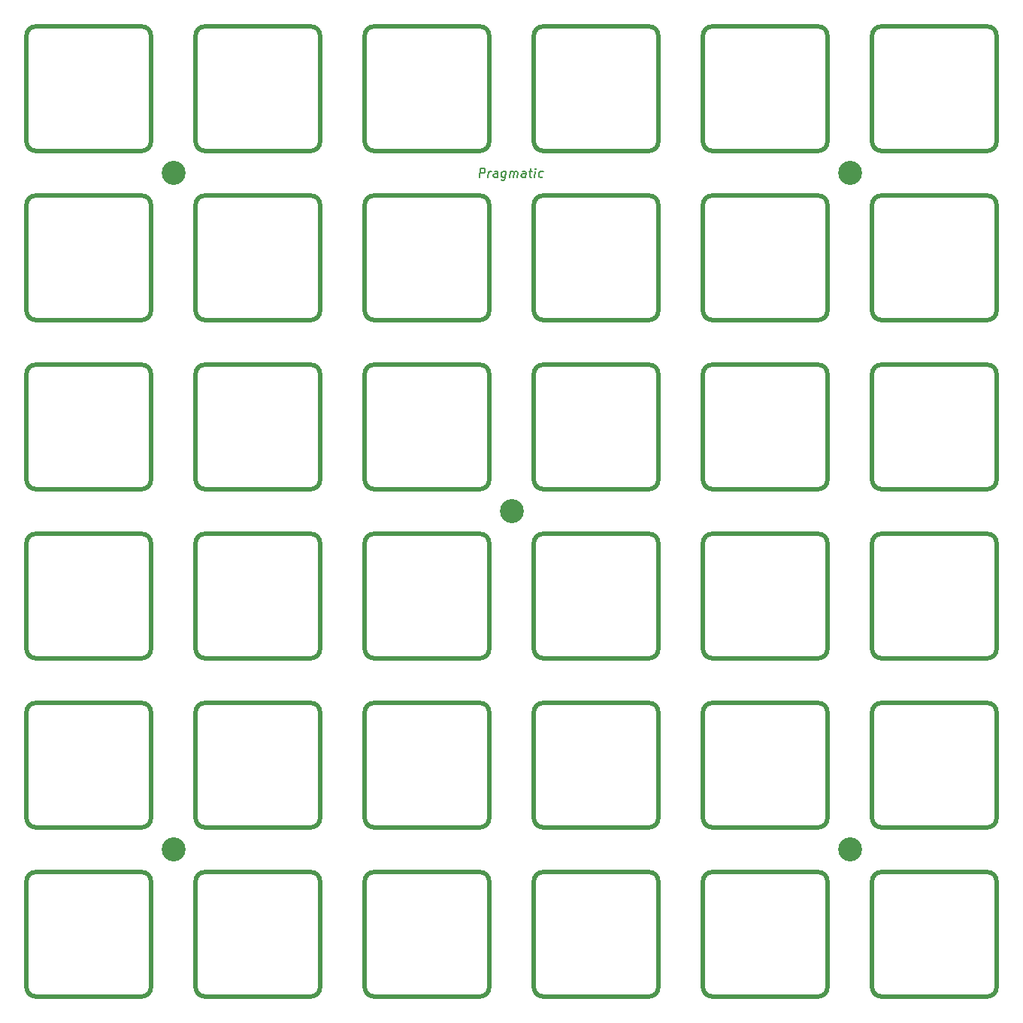
<source format=gts>
%TF.GenerationSoftware,KiCad,Pcbnew,(6.0.1-0)*%
%TF.CreationDate,2022-02-06T13:55:38+08:00*%
%TF.ProjectId,Plate,506c6174-652e-46b6-9963-61645f706362,rev?*%
%TF.SameCoordinates,Original*%
%TF.FileFunction,Soldermask,Top*%
%TF.FilePolarity,Negative*%
%FSLAX46Y46*%
G04 Gerber Fmt 4.6, Leading zero omitted, Abs format (unit mm)*
G04 Created by KiCad (PCBNEW (6.0.1-0)) date 2022-02-06 13:55:38*
%MOMM*%
%LPD*%
G01*
G04 APERTURE LIST*
%ADD10C,0.150000*%
%ADD11C,0.500000*%
%ADD12C,2.700000*%
G04 APERTURE END LIST*
D10*
X75732708Y-41727380D02*
X75857708Y-40727380D01*
X76238660Y-40727380D01*
X76327946Y-40775000D01*
X76369613Y-40822619D01*
X76405327Y-40917857D01*
X76387470Y-41060714D01*
X76327946Y-41155952D01*
X76274375Y-41203571D01*
X76173184Y-41251190D01*
X75792232Y-41251190D01*
X76732708Y-41727380D02*
X76816041Y-41060714D01*
X76792232Y-41251190D02*
X76851755Y-41155952D01*
X76905327Y-41108333D01*
X77006517Y-41060714D01*
X77101755Y-41060714D01*
X77780327Y-41727380D02*
X77845803Y-41203571D01*
X77810089Y-41108333D01*
X77720803Y-41060714D01*
X77530327Y-41060714D01*
X77429136Y-41108333D01*
X77786279Y-41679761D02*
X77685089Y-41727380D01*
X77446994Y-41727380D01*
X77357708Y-41679761D01*
X77321994Y-41584523D01*
X77333898Y-41489285D01*
X77393422Y-41394047D01*
X77494613Y-41346428D01*
X77732708Y-41346428D01*
X77833898Y-41298809D01*
X78768422Y-41060714D02*
X78667232Y-41870238D01*
X78607708Y-41965476D01*
X78554136Y-42013095D01*
X78452946Y-42060714D01*
X78310089Y-42060714D01*
X78220803Y-42013095D01*
X78691041Y-41679761D02*
X78589851Y-41727380D01*
X78399375Y-41727380D01*
X78310089Y-41679761D01*
X78268422Y-41632142D01*
X78232708Y-41536904D01*
X78268422Y-41251190D01*
X78327946Y-41155952D01*
X78381517Y-41108333D01*
X78482708Y-41060714D01*
X78673184Y-41060714D01*
X78762470Y-41108333D01*
X79161279Y-41727380D02*
X79244613Y-41060714D01*
X79232708Y-41155952D02*
X79286279Y-41108333D01*
X79387470Y-41060714D01*
X79530327Y-41060714D01*
X79619613Y-41108333D01*
X79655327Y-41203571D01*
X79589851Y-41727380D01*
X79655327Y-41203571D02*
X79714851Y-41108333D01*
X79816041Y-41060714D01*
X79958898Y-41060714D01*
X80048184Y-41108333D01*
X80083898Y-41203571D01*
X80018422Y-41727380D01*
X80923184Y-41727380D02*
X80988660Y-41203571D01*
X80952946Y-41108333D01*
X80863660Y-41060714D01*
X80673184Y-41060714D01*
X80571994Y-41108333D01*
X80929136Y-41679761D02*
X80827946Y-41727380D01*
X80589851Y-41727380D01*
X80500565Y-41679761D01*
X80464851Y-41584523D01*
X80476755Y-41489285D01*
X80536279Y-41394047D01*
X80637470Y-41346428D01*
X80875565Y-41346428D01*
X80976755Y-41298809D01*
X81339851Y-41060714D02*
X81720803Y-41060714D01*
X81524375Y-40727380D02*
X81417232Y-41584523D01*
X81452946Y-41679761D01*
X81542232Y-41727380D01*
X81637470Y-41727380D01*
X81970803Y-41727380D02*
X82054136Y-41060714D01*
X82095803Y-40727380D02*
X82042232Y-40775000D01*
X82083898Y-40822619D01*
X82137470Y-40775000D01*
X82095803Y-40727380D01*
X82083898Y-40822619D01*
X82881517Y-41679761D02*
X82780327Y-41727380D01*
X82589851Y-41727380D01*
X82500565Y-41679761D01*
X82458898Y-41632142D01*
X82423184Y-41536904D01*
X82458898Y-41251190D01*
X82518422Y-41155952D01*
X82571994Y-41108333D01*
X82673184Y-41060714D01*
X82863660Y-41060714D01*
X82952946Y-41108333D01*
D11*
%TO.C,REF\u002A\u002A27*%
X81900000Y-113950000D02*
X81900000Y-101950000D01*
X82900000Y-114950000D02*
X94900000Y-114950000D01*
X82900000Y-100950000D02*
X94900000Y-100950000D01*
X95900000Y-113950000D02*
X95900000Y-101950000D01*
X94900001Y-114950001D02*
G75*
G03*
X95900001Y-113950001I-3J1000003D01*
G01*
X81900000Y-113950000D02*
G75*
G03*
X82900000Y-114950000I1000003J3D01*
G01*
X82900000Y-100950000D02*
G75*
G03*
X81900000Y-101950000I3J-1000003D01*
G01*
X95900001Y-101950000D02*
G75*
G03*
X94900001Y-100950000I-1000003J-3D01*
G01*
%TO.C,REF\u002A\u002A19*%
X44800000Y-95900000D02*
X56800000Y-95900000D01*
X44800000Y-81900000D02*
X56800000Y-81900000D01*
X57800000Y-94900000D02*
X57800000Y-82900000D01*
X43800000Y-94900000D02*
X43800000Y-82900000D01*
X44800000Y-81900000D02*
G75*
G03*
X43800000Y-82900000I3J-1000003D01*
G01*
X56800001Y-95900001D02*
G75*
G03*
X57800001Y-94900001I-3J1000003D01*
G01*
X57800001Y-82900000D02*
G75*
G03*
X56800001Y-81900000I-1000003J-3D01*
G01*
X43800000Y-94900000D02*
G75*
G03*
X44800000Y-95900000I1000003J3D01*
G01*
%TO.C,REF\u002A\u002A10*%
X101950000Y-57800000D02*
X113950000Y-57800000D01*
X114950000Y-56800000D02*
X114950000Y-44800000D01*
X101950000Y-43800000D02*
X113950000Y-43800000D01*
X100950000Y-56800000D02*
X100950000Y-44800000D01*
X100950000Y-56800000D02*
G75*
G03*
X101950000Y-57800000I1000003J3D01*
G01*
X113950001Y-57800001D02*
G75*
G03*
X114950001Y-56800001I-3J1000003D01*
G01*
X114950001Y-44800000D02*
G75*
G03*
X113950001Y-43800000I-1000003J-3D01*
G01*
X101950000Y-43800000D02*
G75*
G03*
X100950000Y-44800000I3J-1000003D01*
G01*
%TO.C,REF\u002A\u002A2*%
X63850000Y-38750000D02*
X75850000Y-38750000D01*
X62850000Y-37750000D02*
X62850000Y-25750000D01*
X76850000Y-37750000D02*
X76850000Y-25750000D01*
X63850000Y-24750000D02*
X75850000Y-24750000D01*
X62850000Y-37750000D02*
G75*
G03*
X63850000Y-38750000I1000003J3D01*
G01*
X76850001Y-25750000D02*
G75*
G03*
X75850001Y-24750000I-1000003J-3D01*
G01*
X75850001Y-38750001D02*
G75*
G03*
X76850001Y-37750001I-3J1000003D01*
G01*
X63850000Y-24750000D02*
G75*
G03*
X62850000Y-25750000I3J-1000003D01*
G01*
%TO.C,REF\u002A\u002A3*%
X95900000Y-37750000D02*
X95900000Y-25750000D01*
X81900000Y-37750000D02*
X81900000Y-25750000D01*
X82900000Y-24750000D02*
X94900000Y-24750000D01*
X82900000Y-38750000D02*
X94900000Y-38750000D01*
X82900000Y-24750000D02*
G75*
G03*
X81900000Y-25750000I3J-1000003D01*
G01*
X81900000Y-37750000D02*
G75*
G03*
X82900000Y-38750000I1000003J3D01*
G01*
X94900001Y-38750001D02*
G75*
G03*
X95900001Y-37750001I-3J1000003D01*
G01*
X95900001Y-25750000D02*
G75*
G03*
X94900001Y-24750000I-1000003J-3D01*
G01*
%TO.C,REF\u002A\u002A13*%
X57800000Y-75850000D02*
X57800000Y-63850000D01*
X43800000Y-75850000D02*
X43800000Y-63850000D01*
X44800000Y-76850000D02*
X56800000Y-76850000D01*
X44800000Y-62850000D02*
X56800000Y-62850000D01*
X44800000Y-62850000D02*
G75*
G03*
X43800000Y-63850000I3J-1000003D01*
G01*
X56800001Y-76850001D02*
G75*
G03*
X57800001Y-75850001I-3J1000003D01*
G01*
X43800000Y-75850000D02*
G75*
G03*
X44800000Y-76850000I1000003J3D01*
G01*
X57800001Y-63850000D02*
G75*
G03*
X56800001Y-62850000I-1000003J-3D01*
G01*
%TO.C,REF\u002A\u002A23*%
X134000000Y-94900000D02*
X134000000Y-82900000D01*
X121000000Y-95900000D02*
X133000000Y-95900000D01*
X121000000Y-81900000D02*
X133000000Y-81900000D01*
X120000000Y-94900000D02*
X120000000Y-82900000D01*
X121000000Y-81900000D02*
G75*
G03*
X120000000Y-82900000I3J-1000003D01*
G01*
X133000001Y-95900001D02*
G75*
G03*
X134000001Y-94900001I-3J1000003D01*
G01*
X134000001Y-82900000D02*
G75*
G03*
X133000001Y-81900000I-1000003J-3D01*
G01*
X120000000Y-94900000D02*
G75*
G03*
X121000000Y-95900000I1000003J3D01*
G01*
%TO.C,REF\u002A\u002A6*%
X25750000Y-57800000D02*
X37750000Y-57800000D01*
X38750000Y-56800000D02*
X38750000Y-44800000D01*
X25750000Y-43800000D02*
X37750000Y-43800000D01*
X24750000Y-56800000D02*
X24750000Y-44800000D01*
X24750000Y-56800000D02*
G75*
G03*
X25750000Y-57800000I1000003J3D01*
G01*
X38750001Y-44800000D02*
G75*
G03*
X37750001Y-43800000I-1000003J-3D01*
G01*
X37750001Y-57800001D02*
G75*
G03*
X38750001Y-56800001I-3J1000003D01*
G01*
X25750000Y-43800000D02*
G75*
G03*
X24750000Y-44800000I3J-1000003D01*
G01*
%TO.C,REF\u002A\u002A35*%
X121000000Y-134000000D02*
X133000000Y-134000000D01*
X120000000Y-133000000D02*
X120000000Y-121000000D01*
X121000000Y-120000000D02*
X133000000Y-120000000D01*
X134000000Y-133000000D02*
X134000000Y-121000000D01*
X120000000Y-133000000D02*
G75*
G03*
X121000000Y-134000000I1000003J3D01*
G01*
X134000001Y-121000000D02*
G75*
G03*
X133000001Y-120000000I-1000003J-3D01*
G01*
X133000001Y-134000001D02*
G75*
G03*
X134000001Y-133000001I-3J1000003D01*
G01*
X121000000Y-120000000D02*
G75*
G03*
X120000000Y-121000000I3J-1000003D01*
G01*
%TO.C,REF\u002A\u002A26*%
X63850000Y-114950000D02*
X75850000Y-114950000D01*
X62850000Y-113950000D02*
X62850000Y-101950000D01*
X63850000Y-100950000D02*
X75850000Y-100950000D01*
X76850000Y-113950000D02*
X76850000Y-101950000D01*
X63850000Y-100950000D02*
G75*
G03*
X62850000Y-101950000I3J-1000003D01*
G01*
X76850001Y-101950000D02*
G75*
G03*
X75850001Y-100950000I-1000003J-3D01*
G01*
X75850001Y-114950001D02*
G75*
G03*
X76850001Y-113950001I-3J1000003D01*
G01*
X62850000Y-113950000D02*
G75*
G03*
X63850000Y-114950000I1000003J3D01*
G01*
%TO.C,REF\u002A\u002A22*%
X114950000Y-94900000D02*
X114950000Y-82900000D01*
X101950000Y-81900000D02*
X113950000Y-81900000D01*
X100950000Y-94900000D02*
X100950000Y-82900000D01*
X101950000Y-95900000D02*
X113950000Y-95900000D01*
X113950001Y-95900001D02*
G75*
G03*
X114950001Y-94900001I-3J1000003D01*
G01*
X114950001Y-82900000D02*
G75*
G03*
X113950001Y-81900000I-1000003J-3D01*
G01*
X100950000Y-94900000D02*
G75*
G03*
X101950000Y-95900000I1000003J3D01*
G01*
X101950000Y-81900000D02*
G75*
G03*
X100950000Y-82900000I3J-1000003D01*
G01*
%TO.C,REF\u002A\u002A31*%
X57800000Y-133000000D02*
X57800000Y-121000000D01*
X44800000Y-120000000D02*
X56800000Y-120000000D01*
X44800000Y-134000000D02*
X56800000Y-134000000D01*
X43800000Y-133000000D02*
X43800000Y-121000000D01*
X56800001Y-134000001D02*
G75*
G03*
X57800001Y-133000001I-3J1000003D01*
G01*
X43800000Y-133000000D02*
G75*
G03*
X44800000Y-134000000I1000003J3D01*
G01*
X44800000Y-120000000D02*
G75*
G03*
X43800000Y-121000000I3J-1000003D01*
G01*
X57800001Y-121000000D02*
G75*
G03*
X56800001Y-120000000I-1000003J-3D01*
G01*
%TO.C,REF\u002A\u002A17*%
X121000000Y-76850000D02*
X133000000Y-76850000D01*
X121000000Y-62850000D02*
X133000000Y-62850000D01*
X134000000Y-75850000D02*
X134000000Y-63850000D01*
X120000000Y-75850000D02*
X120000000Y-63850000D01*
X121000000Y-62850000D02*
G75*
G03*
X120000000Y-63850000I3J-1000003D01*
G01*
X134000001Y-63850000D02*
G75*
G03*
X133000001Y-62850000I-1000003J-3D01*
G01*
X133000001Y-76850001D02*
G75*
G03*
X134000001Y-75850001I-3J1000003D01*
G01*
X120000000Y-75850000D02*
G75*
G03*
X121000000Y-76850000I1000003J3D01*
G01*
%TO.C,REF\u002A\u002A28*%
X101950000Y-100950000D02*
X113950000Y-100950000D01*
X101950000Y-114950000D02*
X113950000Y-114950000D01*
X114950000Y-113950000D02*
X114950000Y-101950000D01*
X100950000Y-113950000D02*
X100950000Y-101950000D01*
X113950001Y-114950001D02*
G75*
G03*
X114950001Y-113950001I-3J1000003D01*
G01*
X101950000Y-100950000D02*
G75*
G03*
X100950000Y-101950000I3J-1000003D01*
G01*
X114950001Y-101950000D02*
G75*
G03*
X113950001Y-100950000I-1000003J-3D01*
G01*
X100950000Y-113950000D02*
G75*
G03*
X101950000Y-114950000I1000003J3D01*
G01*
%TO.C,REF\u002A\u002A8*%
X63850000Y-57800000D02*
X75850000Y-57800000D01*
X62850000Y-56800000D02*
X62850000Y-44800000D01*
X76850000Y-56800000D02*
X76850000Y-44800000D01*
X63850000Y-43800000D02*
X75850000Y-43800000D01*
X76850001Y-44800000D02*
G75*
G03*
X75850001Y-43800000I-1000003J-3D01*
G01*
X62850000Y-56800000D02*
G75*
G03*
X63850000Y-57800000I1000003J3D01*
G01*
X63850000Y-43800000D02*
G75*
G03*
X62850000Y-44800000I3J-1000003D01*
G01*
X75850001Y-57800001D02*
G75*
G03*
X76850001Y-56800001I-3J1000003D01*
G01*
%TO.C,REF\u002A\u002A4*%
X101950000Y-24750000D02*
X113950000Y-24750000D01*
X101950000Y-38750000D02*
X113950000Y-38750000D01*
X114950000Y-37750000D02*
X114950000Y-25750000D01*
X100950000Y-37750000D02*
X100950000Y-25750000D01*
X113950001Y-38750001D02*
G75*
G03*
X114950001Y-37750001I-3J1000003D01*
G01*
X100950000Y-37750000D02*
G75*
G03*
X101950000Y-38750000I1000003J3D01*
G01*
X101950000Y-24750000D02*
G75*
G03*
X100950000Y-25750000I3J-1000003D01*
G01*
X114950001Y-25750000D02*
G75*
G03*
X113950001Y-24750000I-1000003J-3D01*
G01*
%TO.C,REF\u002A\u002A20*%
X76850000Y-94900000D02*
X76850000Y-82900000D01*
X62850000Y-94900000D02*
X62850000Y-82900000D01*
X63850000Y-81900000D02*
X75850000Y-81900000D01*
X63850000Y-95900000D02*
X75850000Y-95900000D01*
X62850000Y-94900000D02*
G75*
G03*
X63850000Y-95900000I1000003J3D01*
G01*
X76850001Y-82900000D02*
G75*
G03*
X75850001Y-81900000I-1000003J-3D01*
G01*
X63850000Y-81900000D02*
G75*
G03*
X62850000Y-82900000I3J-1000003D01*
G01*
X75850001Y-95900001D02*
G75*
G03*
X76850001Y-94900001I-3J1000003D01*
G01*
%TO.C,REF\u002A\u002A33*%
X82900000Y-120000000D02*
X94900000Y-120000000D01*
X82900000Y-134000000D02*
X94900000Y-134000000D01*
X95900000Y-133000000D02*
X95900000Y-121000000D01*
X81900000Y-133000000D02*
X81900000Y-121000000D01*
X94900001Y-134000001D02*
G75*
G03*
X95900001Y-133000001I-3J1000003D01*
G01*
X81900000Y-133000000D02*
G75*
G03*
X82900000Y-134000000I1000003J3D01*
G01*
X95900001Y-121000000D02*
G75*
G03*
X94900001Y-120000000I-1000003J-3D01*
G01*
X82900000Y-120000000D02*
G75*
G03*
X81900000Y-121000000I3J-1000003D01*
G01*
%TO.C,REF\u002A\u002A32*%
X76850000Y-133000000D02*
X76850000Y-121000000D01*
X62850000Y-133000000D02*
X62850000Y-121000000D01*
X63850000Y-120000000D02*
X75850000Y-120000000D01*
X63850000Y-134000000D02*
X75850000Y-134000000D01*
X75850001Y-134000001D02*
G75*
G03*
X76850001Y-133000001I-3J1000003D01*
G01*
X76850001Y-121000000D02*
G75*
G03*
X75850001Y-120000000I-1000003J-3D01*
G01*
X63850000Y-120000000D02*
G75*
G03*
X62850000Y-121000000I3J-1000003D01*
G01*
X62850000Y-133000000D02*
G75*
G03*
X63850000Y-134000000I1000003J3D01*
G01*
%TO.C,REF\u002A\u002A29*%
X134000000Y-113950000D02*
X134000000Y-101950000D01*
X121000000Y-100950000D02*
X133000000Y-100950000D01*
X121000000Y-114950000D02*
X133000000Y-114950000D01*
X120000000Y-113950000D02*
X120000000Y-101950000D01*
X121000000Y-100950000D02*
G75*
G03*
X120000000Y-101950000I3J-1000003D01*
G01*
X120000000Y-113950000D02*
G75*
G03*
X121000000Y-114950000I1000003J3D01*
G01*
X133000001Y-114950001D02*
G75*
G03*
X134000001Y-113950001I-3J1000003D01*
G01*
X134000001Y-101950000D02*
G75*
G03*
X133000001Y-100950000I-1000003J-3D01*
G01*
%TO.C,REF\u002A\u002A34*%
X101950000Y-120000000D02*
X113950000Y-120000000D01*
X101950000Y-134000000D02*
X113950000Y-134000000D01*
X114950000Y-133000000D02*
X114950000Y-121000000D01*
X100950000Y-133000000D02*
X100950000Y-121000000D01*
X101950000Y-120000000D02*
G75*
G03*
X100950000Y-121000000I3J-1000003D01*
G01*
X114950001Y-121000000D02*
G75*
G03*
X113950001Y-120000000I-1000003J-3D01*
G01*
X113950001Y-134000001D02*
G75*
G03*
X114950001Y-133000001I-3J1000003D01*
G01*
X100950000Y-133000000D02*
G75*
G03*
X101950000Y-134000000I1000003J3D01*
G01*
%TO.C,REF\u002A\u002A5*%
X121000000Y-38750000D02*
X133000000Y-38750000D01*
X120000000Y-37750000D02*
X120000000Y-25750000D01*
X121000000Y-24750000D02*
X133000000Y-24750000D01*
X134000000Y-37750000D02*
X134000000Y-25750000D01*
X120000000Y-37750000D02*
G75*
G03*
X121000000Y-38750000I1000003J3D01*
G01*
X133000001Y-38750001D02*
G75*
G03*
X134000001Y-37750001I-3J1000003D01*
G01*
X134000001Y-25750000D02*
G75*
G03*
X133000001Y-24750000I-1000003J-3D01*
G01*
X121000000Y-24750000D02*
G75*
G03*
X120000000Y-25750000I3J-1000003D01*
G01*
%TO.C,REF\u002A\u002A30*%
X25750000Y-134000000D02*
X37750000Y-134000000D01*
X38750000Y-133000000D02*
X38750000Y-121000000D01*
X24750000Y-133000000D02*
X24750000Y-121000000D01*
X25750000Y-120000000D02*
X37750000Y-120000000D01*
X38750001Y-121000000D02*
G75*
G03*
X37750001Y-120000000I-1000003J-3D01*
G01*
X25750000Y-120000000D02*
G75*
G03*
X24750000Y-121000000I3J-1000003D01*
G01*
X37750001Y-134000001D02*
G75*
G03*
X38750001Y-133000001I-3J1000003D01*
G01*
X24750000Y-133000000D02*
G75*
G03*
X25750000Y-134000000I1000003J3D01*
G01*
%TO.C,REF\u002A\u002A16*%
X114950000Y-75850000D02*
X114950000Y-63850000D01*
X100950000Y-75850000D02*
X100950000Y-63850000D01*
X101950000Y-76850000D02*
X113950000Y-76850000D01*
X101950000Y-62850000D02*
X113950000Y-62850000D01*
X100950000Y-75850000D02*
G75*
G03*
X101950000Y-76850000I1000003J3D01*
G01*
X113950001Y-76850001D02*
G75*
G03*
X114950001Y-75850001I-3J1000003D01*
G01*
X101950000Y-62850000D02*
G75*
G03*
X100950000Y-63850000I3J-1000003D01*
G01*
X114950001Y-63850000D02*
G75*
G03*
X113950001Y-62850000I-1000003J-3D01*
G01*
%TO.C,REF\u002A\u002A12*%
X24750000Y-75850000D02*
X24750000Y-63850000D01*
X38750000Y-75850000D02*
X38750000Y-63850000D01*
X25750000Y-76850000D02*
X37750000Y-76850000D01*
X25750000Y-62850000D02*
X37750000Y-62850000D01*
X24750000Y-75850000D02*
G75*
G03*
X25750000Y-76850000I1000003J3D01*
G01*
X37750001Y-76850001D02*
G75*
G03*
X38750001Y-75850001I-3J1000003D01*
G01*
X38750001Y-63850000D02*
G75*
G03*
X37750001Y-62850000I-1000003J-3D01*
G01*
X25750000Y-62850000D02*
G75*
G03*
X24750000Y-63850000I3J-1000003D01*
G01*
%TO.C,REF\u002A\u002A15*%
X95900000Y-75850000D02*
X95900000Y-63850000D01*
X82900000Y-62850000D02*
X94900000Y-62850000D01*
X82900000Y-76850000D02*
X94900000Y-76850000D01*
X81900000Y-75850000D02*
X81900000Y-63850000D01*
X81900000Y-75850000D02*
G75*
G03*
X82900000Y-76850000I1000003J3D01*
G01*
X94900001Y-76850001D02*
G75*
G03*
X95900001Y-75850001I-3J1000003D01*
G01*
X82900000Y-62850000D02*
G75*
G03*
X81900000Y-63850000I3J-1000003D01*
G01*
X95900001Y-63850000D02*
G75*
G03*
X94900001Y-62850000I-1000003J-3D01*
G01*
%TO.C,REF\u002A\u002A11*%
X134000000Y-56800000D02*
X134000000Y-44800000D01*
X120000000Y-56800000D02*
X120000000Y-44800000D01*
X121000000Y-43800000D02*
X133000000Y-43800000D01*
X121000000Y-57800000D02*
X133000000Y-57800000D01*
X120000000Y-56800000D02*
G75*
G03*
X121000000Y-57800000I1000003J3D01*
G01*
X134000001Y-44800000D02*
G75*
G03*
X133000001Y-43800000I-1000003J-3D01*
G01*
X133000001Y-57800001D02*
G75*
G03*
X134000001Y-56800001I-3J1000003D01*
G01*
X121000000Y-43800000D02*
G75*
G03*
X120000000Y-44800000I3J-1000003D01*
G01*
%TO.C,REF\u002A\u002A14*%
X76850000Y-75850000D02*
X76850000Y-63850000D01*
X63850000Y-76850000D02*
X75850000Y-76850000D01*
X63850000Y-62850000D02*
X75850000Y-62850000D01*
X62850000Y-75850000D02*
X62850000Y-63850000D01*
X63850000Y-62850000D02*
G75*
G03*
X62850000Y-63850000I3J-1000003D01*
G01*
X62850000Y-75850000D02*
G75*
G03*
X63850000Y-76850000I1000003J3D01*
G01*
X76850001Y-63850000D02*
G75*
G03*
X75850001Y-62850000I-1000003J-3D01*
G01*
X75850001Y-76850001D02*
G75*
G03*
X76850001Y-75850001I-3J1000003D01*
G01*
%TO.C,REF\u002A\u002A7*%
X44800000Y-57800000D02*
X56800000Y-57800000D01*
X43800000Y-56800000D02*
X43800000Y-44800000D01*
X57800000Y-56800000D02*
X57800000Y-44800000D01*
X44800000Y-43800000D02*
X56800000Y-43800000D01*
X44800000Y-43800000D02*
G75*
G03*
X43800000Y-44800000I3J-1000003D01*
G01*
X43800000Y-56800000D02*
G75*
G03*
X44800000Y-57800000I1000003J3D01*
G01*
X56800001Y-57800001D02*
G75*
G03*
X57800001Y-56800001I-3J1000003D01*
G01*
X57800001Y-44800000D02*
G75*
G03*
X56800001Y-43800000I-1000003J-3D01*
G01*
%TO.C,REF\u002A\u002A21*%
X82900000Y-81900000D02*
X94900000Y-81900000D01*
X81900000Y-94900000D02*
X81900000Y-82900000D01*
X82900000Y-95900000D02*
X94900000Y-95900000D01*
X95900000Y-94900000D02*
X95900000Y-82900000D01*
X94900001Y-95900001D02*
G75*
G03*
X95900001Y-94900001I-3J1000003D01*
G01*
X81900000Y-94900000D02*
G75*
G03*
X82900000Y-95900000I1000003J3D01*
G01*
X82900000Y-81900000D02*
G75*
G03*
X81900000Y-82900000I3J-1000003D01*
G01*
X95900001Y-82900000D02*
G75*
G03*
X94900001Y-81900000I-1000003J-3D01*
G01*
%TO.C,REF\u002A\u002A9*%
X82900000Y-43800000D02*
X94900000Y-43800000D01*
X95900000Y-56800000D02*
X95900000Y-44800000D01*
X81900000Y-56800000D02*
X81900000Y-44800000D01*
X82900000Y-57800000D02*
X94900000Y-57800000D01*
X94900001Y-57800001D02*
G75*
G03*
X95900001Y-56800001I-3J1000003D01*
G01*
X81900000Y-56800000D02*
G75*
G03*
X82900000Y-57800000I1000003J3D01*
G01*
X82900000Y-43800000D02*
G75*
G03*
X81900000Y-44800000I3J-1000003D01*
G01*
X95900001Y-44800000D02*
G75*
G03*
X94900001Y-43800000I-1000003J-3D01*
G01*
%TO.C,REF\u002A\u002A1*%
X43800000Y-37750000D02*
X43800000Y-25750000D01*
X57800000Y-37750000D02*
X57800000Y-25750000D01*
X44800000Y-38750000D02*
X56800000Y-38750000D01*
X44800000Y-24750000D02*
X56800000Y-24750000D01*
X57800001Y-25750000D02*
G75*
G03*
X56800001Y-24750000I-1000003J-3D01*
G01*
X43800000Y-37750000D02*
G75*
G03*
X44800000Y-38750000I1000003J3D01*
G01*
X44800000Y-24750000D02*
G75*
G03*
X43800000Y-25750000I3J-1000003D01*
G01*
X56800001Y-38750001D02*
G75*
G03*
X57800001Y-37750001I-3J1000003D01*
G01*
%TO.C,REF\u002A\u002A*%
X25750000Y-38750000D02*
X37750000Y-38750000D01*
X25750000Y-24750000D02*
X37750000Y-24750000D01*
X24750000Y-37750000D02*
X24750000Y-25750000D01*
X38750000Y-37750000D02*
X38750000Y-25750000D01*
X38750001Y-25750000D02*
G75*
G03*
X37750001Y-24750000I-1000003J-3D01*
G01*
X37750001Y-38750001D02*
G75*
G03*
X38750001Y-37750001I-3J1000003D01*
G01*
X24750000Y-37750000D02*
G75*
G03*
X25750000Y-38750000I1000003J3D01*
G01*
X25750000Y-24750000D02*
G75*
G03*
X24750000Y-25750000I3J-1000003D01*
G01*
%TO.C,REF\u002A\u002A18*%
X25750000Y-95900000D02*
X37750000Y-95900000D01*
X25750000Y-81900000D02*
X37750000Y-81900000D01*
X38750000Y-94900000D02*
X38750000Y-82900000D01*
X24750000Y-94900000D02*
X24750000Y-82900000D01*
X37750001Y-95900001D02*
G75*
G03*
X38750001Y-94900001I-3J1000003D01*
G01*
X38750001Y-82900000D02*
G75*
G03*
X37750001Y-81900000I-1000003J-3D01*
G01*
X25750000Y-81900000D02*
G75*
G03*
X24750000Y-82900000I3J-1000003D01*
G01*
X24750000Y-94900000D02*
G75*
G03*
X25750000Y-95900000I1000003J3D01*
G01*
%TO.C,REF\u002A\u002A24*%
X38750000Y-113950000D02*
X38750000Y-101950000D01*
X24750000Y-113950000D02*
X24750000Y-101950000D01*
X25750000Y-100950000D02*
X37750000Y-100950000D01*
X25750000Y-114950000D02*
X37750000Y-114950000D01*
X38750001Y-101950000D02*
G75*
G03*
X37750001Y-100950000I-1000003J-3D01*
G01*
X37750001Y-114950001D02*
G75*
G03*
X38750001Y-113950001I-3J1000003D01*
G01*
X24750000Y-113950000D02*
G75*
G03*
X25750000Y-114950000I1000003J3D01*
G01*
X25750000Y-100950000D02*
G75*
G03*
X24750000Y-101950000I3J-1000003D01*
G01*
%TO.C,REF\u002A\u002A25*%
X57800000Y-113950000D02*
X57800000Y-101950000D01*
X43800000Y-113950000D02*
X43800000Y-101950000D01*
X44800000Y-100950000D02*
X56800000Y-100950000D01*
X44800000Y-114950000D02*
X56800000Y-114950000D01*
X44800000Y-100950000D02*
G75*
G03*
X43800000Y-101950000I3J-1000003D01*
G01*
X56800001Y-114950001D02*
G75*
G03*
X57800001Y-113950001I-3J1000003D01*
G01*
X43800000Y-113950000D02*
G75*
G03*
X44800000Y-114950000I1000003J3D01*
G01*
X57800001Y-101950000D02*
G75*
G03*
X56800001Y-100950000I-1000003J-3D01*
G01*
%TD*%
D12*
%TO.C,REF\u002A\u002A*%
X117475000Y-117475000D03*
%TD*%
%TO.C,REF\u002A\u002A*%
X41275000Y-41275000D03*
%TD*%
%TO.C,REF\u002A\u002A*%
X79375000Y-79375000D03*
%TD*%
%TO.C,REF\u002A\u002A*%
X117475000Y-41275000D03*
%TD*%
%TO.C,REF\u002A\u002A*%
X41275000Y-117475000D03*
%TD*%
M02*

</source>
